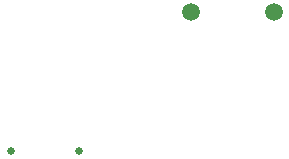
<source format=gbr>
%TF.GenerationSoftware,KiCad,Pcbnew,7.0.7*%
%TF.CreationDate,2024-02-01T03:44:10-06:00*%
%TF.ProjectId,Md-rev-1,4d642d72-6576-42d3-912e-6b696361645f,rev?*%
%TF.SameCoordinates,Original*%
%TF.FileFunction,NonPlated,1,2,NPTH,Drill*%
%TF.FilePolarity,Positive*%
%FSLAX46Y46*%
G04 Gerber Fmt 4.6, Leading zero omitted, Abs format (unit mm)*
G04 Created by KiCad (PCBNEW 7.0.7) date 2024-02-01 03:44:10*
%MOMM*%
%LPD*%
G01*
G04 APERTURE LIST*
%TA.AperFunction,ComponentDrill*%
%ADD10C,0.650000*%
%TD*%
%TA.AperFunction,ComponentDrill*%
%ADD11C,1.500000*%
%TD*%
G04 APERTURE END LIST*
D10*
%TO.C,J1*%
X154010000Y-120825000D03*
X159790000Y-120825000D03*
D11*
%TO.C,J2*%
X169280000Y-109030000D03*
X176280000Y-109030000D03*
M02*

</source>
